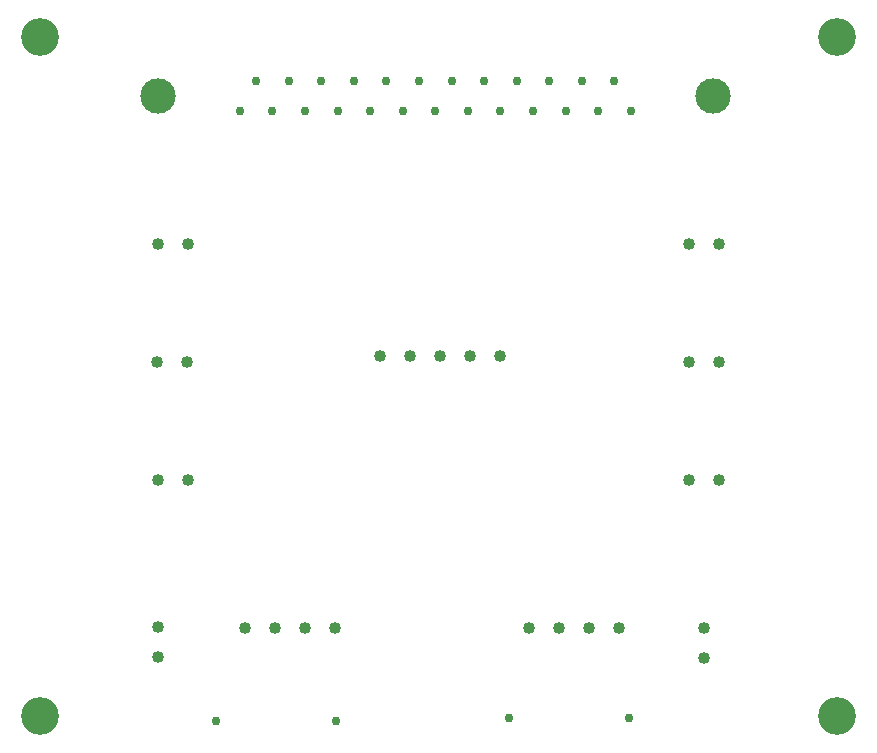
<source format=gbr>
G04 PROTEUS GERBER X2 FILE*
%TF.GenerationSoftware,Labcenter,Proteus,8.8-SP1-Build27031*%
%TF.CreationDate,2022-04-04T16:32:35+00:00*%
%TF.FileFunction,Plated,1,2,PTH*%
%TF.FilePolarity,Positive*%
%TF.Part,Single*%
%TF.SameCoordinates,{f11ef5d1-6b42-4984-83c1-33555d163e1d}*%
%FSLAX45Y45*%
%MOMM*%
G01*
%TA.AperFunction,ComponentDrill*%
%ADD28C,0.762000*%
%ADD29C,3.000000*%
%TA.AperFunction,ComponentDrill*%
%ADD72C,1.016000*%
%TA.AperFunction,OtherDrill,Unknown*%
%ADD73C,3.200000*%
%TD.AperFunction*%
D28*
X-1306580Y+4373000D03*
X-1029720Y+4373000D03*
X-755400Y+4373000D03*
X-478540Y+4373000D03*
X-201680Y+4373000D03*
X+72640Y+4373000D03*
X+349500Y+4373000D03*
X+626360Y+4373000D03*
X+900680Y+4373000D03*
X+1177540Y+4373000D03*
X+1454400Y+4373000D03*
X+1728720Y+4373000D03*
X+2005580Y+4373000D03*
X-1169420Y+4627000D03*
X-892560Y+4627000D03*
X-618240Y+4627000D03*
X-341380Y+4627000D03*
X-64520Y+4627000D03*
X+209800Y+4627000D03*
X+486660Y+4627000D03*
X+763520Y+4627000D03*
X+1037840Y+4627000D03*
X+1314700Y+4627000D03*
X+1591560Y+4627000D03*
X+1865880Y+4627000D03*
D29*
X-2000000Y+4500000D03*
X+2699000Y+4500000D03*
D72*
X-2000000Y+3250000D03*
X-1746000Y+3250000D03*
X+2500000Y+3250000D03*
X+2754000Y+3250000D03*
X-2004000Y+2250000D03*
X-1750000Y+2250000D03*
X+2496000Y+2250000D03*
X+2750000Y+2250000D03*
X+2496000Y+1250000D03*
X+2750000Y+1250000D03*
X-2000000Y+1250000D03*
X-1746000Y+1250000D03*
X-1262000Y+0D03*
X-1008000Y+0D03*
X-754000Y+0D03*
X-500000Y+0D03*
X+1138000Y+0D03*
X+1392000Y+0D03*
X+1646000Y+0D03*
X+1900000Y+0D03*
X-116000Y+2300000D03*
X+138000Y+2300000D03*
X+392000Y+2300000D03*
X+646000Y+2300000D03*
X+900000Y+2300000D03*
X-2000000Y-250000D03*
X-2000000Y+4000D03*
X+2624000Y-260000D03*
X+2624000Y-6000D03*
D28*
X-1510000Y-788000D03*
X-494000Y-788000D03*
X+974000Y-766000D03*
X+1990000Y-766000D03*
D73*
X-3000000Y+5000000D03*
X-3000000Y-750000D03*
X+3750000Y-750000D03*
X+3750000Y+5000000D03*
M02*

</source>
